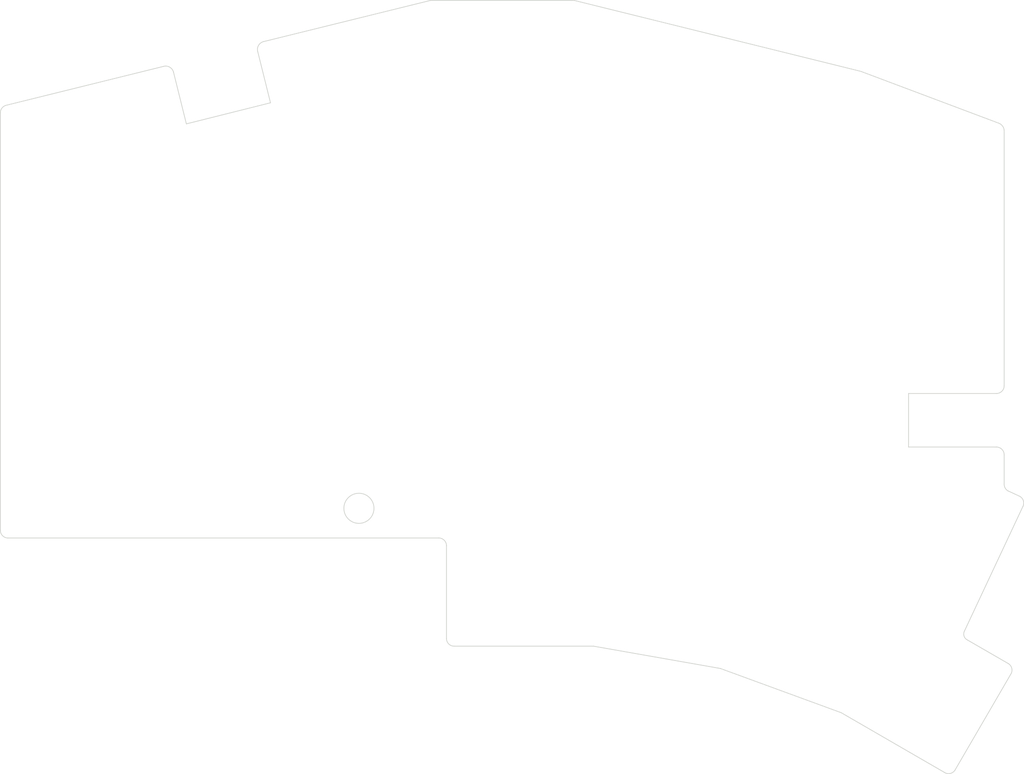
<source format=kicad_pcb>
(kicad_pcb (version 20221018) (generator pcbnew)
  (layers (0 "F.Cu" signal) (31 "B.Cu" signal) (34 "B.Paste" user) (35 "F.Paste" user) (36 "B.SilkS" user "B.Silkscreen") (37 "F.SilkS" user "F.Silkscreen") (38 "B.Mask" user) (39 "F.Mask" user) (44 "Edge.Cuts" user))
  (net 0 "")
  (footprint "kbd_Hole:m2_Screw_Hole" (layer "F.Cu") (at 142.875 71.43125)
    (fp_text reference "Ref**" hide)
    (fp_text value "Val**")
    (pad "" np_thru_hole circle (at 0 0) (size 2.2 2.2) (drill 2.2) (layers "*.Cu" "*.Mask"))
  )
  (footprint "kbd_Hole:m2_Screw_Hole" (layer "F.Cu") (at 47.625 95.25)
    (fp_text reference "Ref**" hide)
    (fp_text value "Val**" hide)
    (pad "" np_thru_hole circle (at 0 0) (size 2.2 2.2) (drill 2.2) (layers "*.Cu" "*.Mask"))
  )
  (footprint "kbd_Hole:m2_Screw_Hole" (layer "F.Cu") (at 133.35 113.43125)
    (fp_text reference "Ref**")
    (fp_text value "Val**")
    (pad "" np_thru_hole circle (at 0 0) (size 2.2 2.2) (drill 2.2) (layers "*.Cu" "*.Mask"))
  )
  (footprint "kbd_Hole:m2_Screw_Hole" (layer "F.Cu") (at 47.625 76.20625)
    (fp_text reference "Ref**")
    (fp_text value "Val**" hide)
    (pad "" np_thru_hole circle (at 0 0) (size 2.2 2.2) (drill 2.2) (layers "*.Cu" "*.Mask"))
  )
  (gr_line (start 29.322857 56.833855) (end 50.264326 51.656195) (stroke (width 0.1)) (layer "Edge.Cuts"))
  (gr_line (start 107.375 128.691681) (end 88.845281 128.691681) (stroke (width 0.1)) (layer "Edge.Cuts"))
  (gr_line (start 51.566311 52.430683) (end 53.275 59.3) (stroke (width 0.1)) (layer "Edge.Cuts"))
  (gr_line (start 153.975 145.45625) (end 140.275 137.53125) (stroke (width 0.1)) (layer "Edge.Cuts"))
  (gr_line (start 104.775 42.89425) (end 85.725 42.89425) (stroke (width 0.1)) (layer "Edge.Cuts"))
  (gr_arc (start 162.506153 131.022722) (mid 162.940988 131.667247) (end 162.792697 132.43047) (stroke (width 0.1)) (layer "Edge.Cuts"))
  (gr_line (start 140.275 137.53125) (end 124.225 131.65625) (stroke (width 0.1)) (layer "Edge.Cuts"))
  (gr_arc (start 161.124548 59.182612) (mid 161.674565 59.550194) (end 161.925 60.1625) (stroke (width 0.1)) (layer "Edge.Cuts"))
  (gr_line (start 53.275 59.3) (end 64.45 56.5) (stroke (width 0.1)) (layer "Edge.Cuts"))
  (gr_arc (start 29.575001 114.316233) (mid 28.860834 114.020416) (end 28.565017 113.306249) (stroke (width 0.1)) (layer "Edge.Cuts"))
  (gr_arc (start 160.888049 102.235) (mid 161.621292 102.538709) (end 161.925 103.271953) (stroke (width 0.1)) (layer "Edge.Cuts"))
  (gr_arc (start 28.565017 57.834528) (mid 28.775003 57.206252) (end 29.322857 56.833855) (stroke (width 0.1)) (layer "Edge.Cuts"))
  (gr_line (start 64.45 56.5) (end 62.750001 49.675) (stroke (width 0.1)) (layer "Edge.Cuts"))
  (gr_line (start 85.725 42.89425) (end 63.524489 48.373015) (stroke (width 0.1)) (layer "Edge.Cuts"))
  (gr_arc (start 163.979741 108.77574) (mid 164.475038 109.38125) (end 164.397041 110.159612) (stroke (width 0.1)) (layer "Edge.Cuts"))
  (gr_line (start 104.775 42.89425) (end 142.875 52.324) (stroke (width 0.1)) (layer "Edge.Cuts"))
  (gr_arc (start 86.8 114.316233) (mid 87.530604 114.618864) (end 87.833236 115.349476) (stroke (width 0.1)) (layer "Edge.Cuts"))
  (gr_line (start 164.397041 110.159612) (end 156.642241 126.69173) (stroke (width 0.1)) (layer "Edge.Cuts"))
  (gr_circle (center 76.2 110.375) (end 78.2 110.375) (stroke (width 0.1)) (fill none) (layer "Edge.Cuts"))
  (gr_arc (start 157.016249 127.853355) (mid 156.591001 127.34925) (end 156.642241 126.69173) (stroke (width 0.1)) (layer "Edge.Cuts"))
  (gr_line (start 161.925 60.1625) (end 161.925 94.087596) (stroke (width 0.1)) (layer "Edge.Cuts"))
  (gr_line (start 87.833237 127.687039) (end 87.833236 115.349476) (stroke (width 0.1)) (layer "Edge.Cuts"))
  (gr_arc (start 88.845281 128.691681) (mid 88.133311 128.396821) (end 87.833237 127.687039) (stroke (width 0.1)) (layer "Edge.Cuts"))
  (gr_line (start 142.875 52.324) (end 161.124548 59.182612) (stroke (width 0.1)) (layer "Edge.Cuts"))
  (gr_line (start 149.225 102.235) (end 160.888049 102.235) (stroke (width 0.1)) (layer "Edge.Cuts"))
  (gr_arc (start 161.925 94.087596) (mid 161.621741 94.819747) (end 160.889588 95.123) (stroke (width 0.1)) (layer "Edge.Cuts"))
  (gr_line (start 162.425446 108.058064) (end 163.979741 108.77574) (stroke (width 0.1)) (layer "Edge.Cuts"))
  (gr_arc (start 162.42546 108.058041) (mid 162.054382 107.678536) (end 161.925001 107.163771) (stroke (width 0.1)) (layer "Edge.Cuts"))
  (gr_line (start 28.565017 113.306249) (end 28.565017 57.834528) (stroke (width 0.1)) (layer "Edge.Cuts"))
  (gr_line (start 161.925 103.271953) (end 161.925 107.163771) (stroke (width 0.1)) (layer "Edge.Cuts"))
  (gr_arc (start 155.382748 145.169705) (mid 154.73822 145.604553) (end 153.975 145.45625) (stroke (width 0.1)) (layer "Edge.Cuts"))
  (gr_arc (start 62.750001 49.675) (mid 62.868806 48.864326) (end 63.524489 48.373015) (stroke (width 0.1)) (layer "Edge.Cuts"))
  (gr_line (start 162.792697 132.43047) (end 155.382748 145.169705) (stroke (width 0.1)) (layer "Edge.Cuts"))
  (gr_arc (start 50.264326 51.656195) (mid 51.075 51.775) (end 51.566311 52.430683) (stroke (width 0.1)) (layer "Edge.Cuts"))
  (gr_line (start 160.889588 95.123) (end 149.225 95.123) (stroke (width 0.1)) (layer "Edge.Cuts"))
  (gr_line (start 86.8 114.316233) (end 29.575001 114.316233) (stroke (width 0.1)) (layer "Edge.Cuts"))
  (gr_line (start 149.225 95.123) (end 149.225 102.235) (stroke (width 0.1)) (layer "Edge.Cuts"))
  (gr_line (start 124.225 131.65625) (end 107.375 128.691681) (stroke (width 0.1)) (layer "Edge.Cuts"))
  (gr_line (start 157.016249 127.853355) (end 162.506153 131.022722) (stroke (width 0.1)) (layer "Edge.Cuts"))
)
</source>
